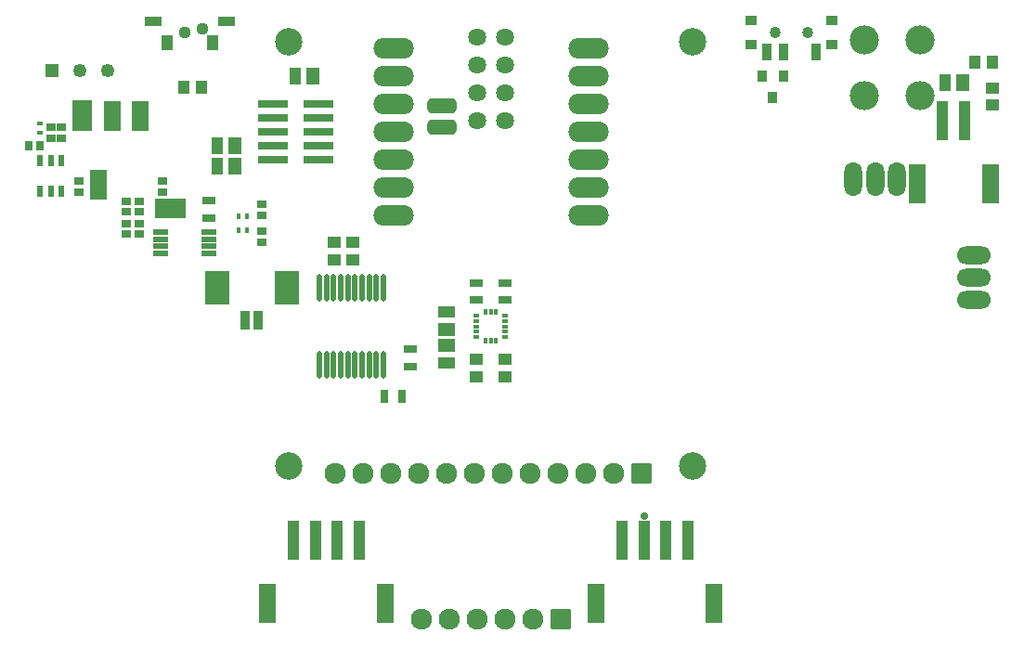
<source format=gbr>
%TF.GenerationSoftware,Altium Limited,Altium Designer,23.8.1 (32)*%
G04 Layer_Color=8388736*
%FSLAX26Y26*%
%MOIN*%
%TF.SameCoordinates,6B68F3FB-407B-423E-831D-AB1AF3CCE0D2*%
%TF.FilePolarity,Negative*%
%TF.FileFunction,Soldermask,Top*%
%TF.Part,Single*%
G01*
G75*
%TA.AperFunction,SMDPad,CuDef*%
%ADD15R,0.015748X0.019685*%
%ADD16R,0.046000X0.063000*%
%ADD17R,0.008000X0.025000*%
%ADD18R,0.063000X0.046000*%
%ADD21R,0.019685X0.015748*%
%ADD23R,0.023622X0.043307*%
%ADD24R,0.109843X0.029134*%
%TA.AperFunction,ComponentPad*%
%ADD51C,0.049213*%
%ADD52R,0.049213X0.049213*%
%TA.AperFunction,ViaPad*%
%ADD60C,0.028000*%
%ADD61C,0.098425*%
%TA.AperFunction,SMDPad,CuDef*%
%ADD77R,0.064055X0.138858*%
%ADD78R,0.044370X0.142795*%
%ADD79R,0.087677X0.123110*%
%ADD80R,0.036496X0.067992*%
%ADD81R,0.033559X0.029622*%
%ADD82R,0.029622X0.033559*%
%ADD83R,0.055180X0.019750*%
%ADD84R,0.045370X0.029000*%
%ADD85O,0.021716X0.098488*%
%ADD86R,0.045370X0.043402*%
%ADD87R,0.043402X0.063087*%
%ADD88R,0.045370X0.063087*%
%ADD89R,0.043402X0.045370*%
%TA.AperFunction,BGAPad,CuDef*%
%ADD90C,0.064055*%
%TA.AperFunction,SMDPad,CuDef*%
%ADD91O,0.145000X0.075000*%
G04:AMPARAMS|DCode=92|XSize=54.213mil|YSize=103.425mil|CornerRadius=14.803mil|HoleSize=0mil|Usage=FLASHONLY|Rotation=90.000|XOffset=0mil|YOffset=0mil|HoleType=Round|Shape=RoundedRectangle|*
%AMROUNDEDRECTD92*
21,1,0.054213,0.073819,0,0,90.0*
21,1,0.024606,0.103425,0,0,90.0*
1,1,0.029606,0.036909,0.012303*
1,1,0.029606,0.036909,-0.012303*
1,1,0.029606,-0.036909,-0.012303*
1,1,0.029606,-0.036909,0.012303*
%
%ADD92ROUNDEDRECTD92*%
%ADD93R,0.032560X0.064060*%
%ADD94R,0.024690X0.014840*%
%ADD95R,0.029000X0.045370*%
%ADD96R,0.040430X0.055000*%
%ADD97R,0.063087X0.045370*%
%ADD98R,0.014840X0.024690*%
%ADD99R,0.063087X0.043402*%
%ADD100R,0.062090X0.036500*%
%ADD101R,0.036496X0.040433*%
%ADD102R,0.044370X0.036500*%
%TA.AperFunction,ComponentPad*%
%ADD103C,0.105000*%
%ADD104C,0.075866*%
G04:AMPARAMS|DCode=105|XSize=75.866mil|YSize=75.866mil|CornerRadius=11.358mil|HoleSize=0mil|Usage=FLASHONLY|Rotation=180.000|XOffset=0mil|YOffset=0mil|HoleType=Round|Shape=RoundedRectangle|*
%AMROUNDEDRECTD105*
21,1,0.075866,0.053150,0,0,180.0*
21,1,0.053150,0.075866,0,0,180.0*
1,1,0.022716,-0.026575,0.026575*
1,1,0.022716,0.026575,0.026575*
1,1,0.022716,0.026575,-0.026575*
1,1,0.022716,-0.026575,-0.026575*
%
%ADD105ROUNDEDRECTD105*%
%ADD106O,0.123120X0.064060*%
%ADD107O,0.064060X0.123120*%
%ADD108C,0.044370*%
%ADD109C,0.040430*%
G36*
X-1440000Y460000D02*
Y560000D01*
X-1380000D01*
Y460000D01*
X-1440000D01*
D01*
D02*
G37*
G36*
X-1205000Y390000D02*
Y460000D01*
X-1095000D01*
Y390000D01*
X-1205000D01*
D02*
G37*
G36*
X-1500590Y810937D02*
X-1430590D01*
Y700937D01*
X-1500590D01*
Y810937D01*
D02*
G37*
G36*
X-1327601Y805937D02*
Y705937D01*
X-1387601D01*
X-1387601Y805937D01*
X-1327601Y805937D01*
D01*
D02*
G37*
G36*
X-1230000Y805937D02*
Y705937D01*
X-1290000D01*
Y805937D01*
X-1230000D01*
D01*
D02*
G37*
D15*
X-905748Y395478D02*
D03*
X-874252D02*
D03*
X-905748Y346265D02*
D03*
X-874252D02*
D03*
D16*
X-1120000Y425000D02*
D03*
X-1180000D02*
D03*
D17*
X-1410000Y510000D02*
D03*
X-1357601Y755937D02*
D03*
X-1260000D02*
D03*
D18*
X-1410000Y540000D02*
D03*
Y480000D02*
D03*
X-1357601Y725937D02*
D03*
Y785937D02*
D03*
X-1260000Y725937D02*
D03*
Y785937D02*
D03*
X-1465590Y725937D02*
D03*
Y785937D02*
D03*
D21*
X-1620039Y727748D02*
D03*
Y696252D02*
D03*
D23*
X-1542283Y484882D02*
D03*
X-1579685D02*
D03*
X-1617087D02*
D03*
Y595118D02*
D03*
X-1579685D02*
D03*
X-1542283D02*
D03*
D24*
X-619882Y600000D02*
D03*
Y750000D02*
D03*
Y800000D02*
D03*
X-780118Y600000D02*
D03*
Y650000D02*
D03*
Y700000D02*
D03*
Y750000D02*
D03*
Y800000D02*
D03*
X-619882Y650000D02*
D03*
Y700000D02*
D03*
D51*
X-1475000Y919409D02*
D03*
X-1375000D02*
D03*
D52*
X-1575000D02*
D03*
D60*
X550000Y-680000D02*
D03*
D61*
X725000Y1022500D02*
D03*
X-725000D02*
D03*
Y-502500D02*
D03*
X725000D02*
D03*
D77*
X800630Y-996063D02*
D03*
X379370D02*
D03*
X-379370Y-996063D02*
D03*
X-800630D02*
D03*
X1794390Y511949D02*
D03*
X1530610D02*
D03*
D78*
X708110Y-769685D02*
D03*
X471890D02*
D03*
X629370D02*
D03*
X550630D02*
D03*
X-471890Y-769685D02*
D03*
X-708110D02*
D03*
X-550630D02*
D03*
X-629370D02*
D03*
X1701870Y738327D02*
D03*
X1623130D02*
D03*
D79*
X-983189Y137087D02*
D03*
X-733189D02*
D03*
D80*
X-882795Y22913D02*
D03*
X-833583Y22913D02*
D03*
D81*
X-823189Y439370D02*
D03*
Y400000D02*
D03*
Y340360D02*
D03*
Y300990D02*
D03*
X-1479370Y482315D02*
D03*
Y521685D02*
D03*
X-1262800Y449685D02*
D03*
Y410315D02*
D03*
X-1579685Y676567D02*
D03*
Y715937D02*
D03*
X-1180000Y483315D02*
D03*
Y522685D02*
D03*
X-1310000Y449685D02*
D03*
Y410315D02*
D03*
X-1309060Y330315D02*
D03*
Y369685D02*
D03*
X-1262800Y330315D02*
D03*
Y369685D02*
D03*
X-1541299Y715937D02*
D03*
X-1541299Y676567D02*
D03*
D82*
X-1659409Y649252D02*
D03*
X-1620039D02*
D03*
D83*
X-1013390Y338390D02*
D03*
Y312800D02*
D03*
Y287200D02*
D03*
Y261610D02*
D03*
X-1186610D02*
D03*
Y287200D02*
D03*
Y312800D02*
D03*
Y338390D02*
D03*
D84*
X-1013390Y451181D02*
D03*
Y388189D02*
D03*
X-290000Y-144606D02*
D03*
Y-81614D02*
D03*
X50000Y156496D02*
D03*
X-53150D02*
D03*
Y93504D02*
D03*
X50000D02*
D03*
D85*
X-512796Y-137795D02*
D03*
X-461614D02*
D03*
X-384842Y137795D02*
D03*
X-410434D02*
D03*
X-436024D02*
D03*
X-461614D02*
D03*
X-487204D02*
D03*
X-512796D02*
D03*
X-538386D02*
D03*
X-563976D02*
D03*
X-589566D02*
D03*
X-615158D02*
D03*
X-384842Y-137795D02*
D03*
X-615158D02*
D03*
X-563976D02*
D03*
X-410434D02*
D03*
X-538386D02*
D03*
X-589566D02*
D03*
X-436024D02*
D03*
X-487204D02*
D03*
D86*
X1800000Y856496D02*
D03*
Y793504D02*
D03*
X-496299Y238190D02*
D03*
X-560275Y301182D02*
D03*
Y238190D02*
D03*
X-496299Y301182D02*
D03*
X-53150Y-118504D02*
D03*
Y-181496D02*
D03*
X50000Y-118504D02*
D03*
Y-181496D02*
D03*
D87*
X1631004Y875000D02*
D03*
X-701496Y900000D02*
D03*
X-981496Y650000D02*
D03*
Y575000D02*
D03*
D88*
X1693996Y875000D02*
D03*
X-638504Y900000D02*
D03*
X-918504Y575000D02*
D03*
Y650000D02*
D03*
D89*
X1800000Y950000D02*
D03*
X1737008D02*
D03*
X-1038504Y860000D02*
D03*
X-1101496D02*
D03*
D90*
X50000Y1040000D02*
D03*
X-50000D02*
D03*
X50000Y940000D02*
D03*
X-50000D02*
D03*
X50000Y840000D02*
D03*
X-50000D02*
D03*
X50000Y740000D02*
D03*
X-50000D02*
D03*
D91*
X350000Y400000D02*
D03*
Y500000D02*
D03*
Y600000D02*
D03*
Y700000D02*
D03*
Y800000D02*
D03*
Y900000D02*
D03*
Y1000000D02*
D03*
X-350000Y400000D02*
D03*
Y500000D02*
D03*
Y600000D02*
D03*
Y1000000D02*
D03*
Y900000D02*
D03*
Y800000D02*
D03*
Y700000D02*
D03*
D92*
X-175000Y716043D02*
D03*
Y791043D02*
D03*
D93*
X1168580Y986100D02*
D03*
X1050470D02*
D03*
X991420D02*
D03*
D94*
X53150Y19690D02*
D03*
Y-19690D02*
D03*
X-53150Y-39370D02*
D03*
Y-19690D02*
D03*
Y39370D02*
D03*
Y19690D02*
D03*
Y0D02*
D03*
X53150Y-39370D02*
D03*
Y0D02*
D03*
Y39370D02*
D03*
D95*
X-318504Y-250000D02*
D03*
X-381496D02*
D03*
D96*
X-1162680Y1019570D02*
D03*
X-997320D02*
D03*
D97*
X-160000Y-11496D02*
D03*
Y-68504D02*
D03*
D98*
X-19690Y-53150D02*
D03*
X0D02*
D03*
X19690D02*
D03*
Y53150D02*
D03*
X0D02*
D03*
X-19690D02*
D03*
D99*
X-160000Y51496D02*
D03*
Y-131496D02*
D03*
D100*
X-1212870Y1094370D02*
D03*
X-947130D02*
D03*
D101*
X1012598Y821260D02*
D03*
X975196Y900000D02*
D03*
X1050000D02*
D03*
D102*
X1223700Y1011690D02*
D03*
Y1098310D02*
D03*
X936300Y1011690D02*
D03*
Y1098310D02*
D03*
D103*
X1540000Y830000D02*
D03*
X1340000D02*
D03*
Y1030000D02*
D03*
X1540000D02*
D03*
D104*
X-250000Y-1050000D02*
D03*
X-150000D02*
D03*
X-50000D02*
D03*
X50000D02*
D03*
X150000D02*
D03*
X340000Y-527500D02*
D03*
X-60000D02*
D03*
X-260000D02*
D03*
X-460000D02*
D03*
X140000D02*
D03*
X40000D02*
D03*
X240000D02*
D03*
X-360000D02*
D03*
X-560000D02*
D03*
X-160000D02*
D03*
X440000D02*
D03*
D105*
X250000Y-1050000D02*
D03*
X540000Y-527500D02*
D03*
D106*
X1734330Y96260D02*
D03*
Y175000D02*
D03*
Y253740D02*
D03*
D107*
X1301260Y529330D02*
D03*
X1380000D02*
D03*
X1458740D02*
D03*
D108*
X-1099684Y1055000D02*
D03*
X-1034720Y1066810D02*
D03*
D109*
X1139060Y1055000D02*
D03*
X1020940D02*
D03*
%TF.MD5,002684a009bc237b4a67fc0ef5b503ba*%
M02*

</source>
